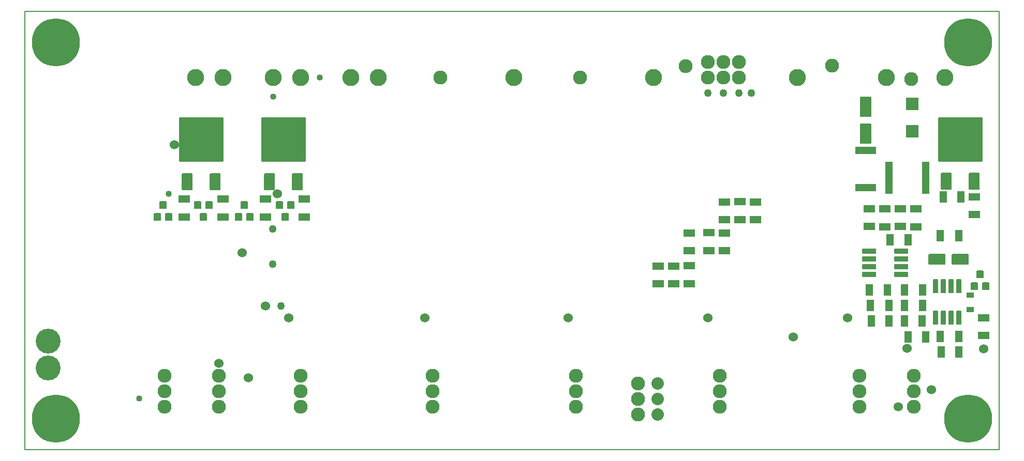
<source format=gbr>
G04 PROTEUS GERBER X2 FILE*
%TF.GenerationSoftware,Labcenter,Proteus,8.7-SP3-Build25561*%
%TF.CreationDate,2021-05-23T19:19:56+00:00*%
%TF.FileFunction,Soldermask,Bot*%
%TF.FilePolarity,Negative*%
%TF.Part,Single*%
%TF.SameCoordinates,{bb4e542a-de17-4d2d-b6f0-32913e85bf41}*%
%FSLAX45Y45*%
%MOMM*%
G01*
%TA.AperFunction,Material*%
%ADD46C,1.524000*%
%ADD47C,2.032000*%
%ADD48C,1.270000*%
%ADD49C,1.016000*%
%ADD50C,2.286000*%
%TA.AperFunction,Material*%
%ADD52C,4.064000*%
%ADD53C,2.794000*%
%AMPPAD066*
4,1,36,
-0.444500,-0.635000,
0.444500,-0.635000,
0.470470,-0.632470,
0.494480,-0.625200,
0.516080,-0.613650,
0.534790,-0.598290,
0.550150,-0.579570,
0.561700,-0.557980,
0.568970,-0.533970,
0.571500,-0.508000,
0.571500,0.508000,
0.568970,0.533970,
0.561700,0.557980,
0.550150,0.579570,
0.534790,0.598290,
0.516080,0.613650,
0.494480,0.625200,
0.470470,0.632470,
0.444500,0.635000,
-0.444500,0.635000,
-0.470470,0.632470,
-0.494480,0.625200,
-0.516080,0.613650,
-0.534790,0.598290,
-0.550150,0.579570,
-0.561700,0.557980,
-0.568970,0.533970,
-0.571500,0.508000,
-0.571500,-0.508000,
-0.568970,-0.533970,
-0.561700,-0.557980,
-0.550150,-0.579570,
-0.534790,-0.598290,
-0.516080,-0.613650,
-0.494480,-0.625200,
-0.470470,-0.632470,
-0.444500,-0.635000,
0*%
%TA.AperFunction,Material*%
%ADD76PPAD066*%
%AMPPAD067*
4,1,36,
3.492500,3.619500,
-3.492500,3.619500,
-3.518470,3.616970,
-3.542480,3.609700,
-3.564080,3.598150,
-3.582790,3.582790,
-3.598150,3.564070,
-3.609700,3.542480,
-3.616970,3.518470,
-3.619500,3.492500,
-3.619500,-3.492500,
-3.616970,-3.518470,
-3.609700,-3.542480,
-3.598150,-3.564070,
-3.582790,-3.582790,
-3.564080,-3.598150,
-3.542480,-3.609700,
-3.518470,-3.616970,
-3.492500,-3.619500,
3.492500,-3.619500,
3.518470,-3.616970,
3.542480,-3.609700,
3.564080,-3.598150,
3.582790,-3.582790,
3.598150,-3.564070,
3.609700,-3.542480,
3.616970,-3.518470,
3.619500,-3.492500,
3.619500,3.492500,
3.616970,3.518470,
3.609700,3.542480,
3.598150,3.564070,
3.582790,3.582790,
3.564080,3.598150,
3.542480,3.609700,
3.518470,3.616970,
3.492500,3.619500,
0*%
%ADD77PPAD067*%
%AMPPAD068*
4,1,36,
0.762000,1.397000,
-0.762000,1.397000,
-0.787970,1.394470,
-0.811980,1.387200,
-0.833580,1.375650,
-0.852290,1.360290,
-0.867650,1.341570,
-0.879200,1.319980,
-0.886470,1.295970,
-0.889000,1.270000,
-0.889000,-1.270000,
-0.886470,-1.295970,
-0.879200,-1.319980,
-0.867650,-1.341570,
-0.852290,-1.360290,
-0.833580,-1.375650,
-0.811980,-1.387200,
-0.787970,-1.394470,
-0.762000,-1.397000,
0.762000,-1.397000,
0.787970,-1.394470,
0.811980,-1.387200,
0.833580,-1.375650,
0.852290,-1.360290,
0.867650,-1.341570,
0.879200,-1.319980,
0.886470,-1.295970,
0.889000,-1.270000,
0.889000,1.270000,
0.886470,1.295970,
0.879200,1.319980,
0.867650,1.341570,
0.852290,1.360290,
0.833580,1.375650,
0.811980,1.387200,
0.787970,1.394470,
0.762000,1.397000,
0*%
%ADD78PPAD068*%
%AMPPAD069*
4,1,4,
-1.054100,-1.054100,
1.054100,-1.054100,
1.054100,1.054100,
-1.054100,1.054100,
-1.054100,-1.054100,
0*%
%TA.AperFunction,Material*%
%ADD79PPAD069*%
%AMPPAD070*
4,1,36,
-0.571500,0.317500,
-0.571500,-0.317500,
-0.568970,-0.343470,
-0.561700,-0.367480,
-0.550150,-0.389080,
-0.534790,-0.407790,
-0.516070,-0.423150,
-0.494480,-0.434700,
-0.470470,-0.441970,
-0.444500,-0.444500,
0.444500,-0.444500,
0.470470,-0.441970,
0.494480,-0.434700,
0.516070,-0.423150,
0.534790,-0.407790,
0.550150,-0.389080,
0.561700,-0.367480,
0.568970,-0.343470,
0.571500,-0.317500,
0.571500,0.317500,
0.568970,0.343470,
0.561700,0.367480,
0.550150,0.389080,
0.534790,0.407790,
0.516070,0.423150,
0.494480,0.434700,
0.470470,0.441970,
0.444500,0.444500,
-0.444500,0.444500,
-0.470470,0.441970,
-0.494480,0.434700,
-0.516070,0.423150,
-0.534790,0.407790,
-0.550150,0.389080,
-0.561700,0.367480,
-0.568970,0.343470,
-0.571500,0.317500,
0*%
%ADD80PPAD070*%
%AMPPAD071*
4,1,4,
-0.596900,-2.654300,
0.596900,-2.654300,
0.596900,2.654300,
-0.596900,2.654300,
-0.596900,-2.654300,
0*%
%ADD81PPAD071*%
%AMPPAD072*
4,1,36,
-0.825500,-1.651000,
0.825500,-1.651000,
0.851470,-1.648470,
0.875480,-1.641200,
0.897080,-1.629650,
0.915790,-1.614290,
0.931150,-1.595570,
0.942700,-1.573980,
0.949970,-1.549970,
0.952500,-1.524000,
0.952500,1.524000,
0.949970,1.549970,
0.942700,1.573980,
0.931150,1.595570,
0.915790,1.614290,
0.897080,1.629650,
0.875480,1.641200,
0.851470,1.648470,
0.825500,1.651000,
-0.825500,1.651000,
-0.851470,1.648470,
-0.875480,1.641200,
-0.897080,1.629650,
-0.915790,1.614290,
-0.931150,1.595570,
-0.942700,1.573980,
-0.949970,1.549970,
-0.952500,1.524000,
-0.952500,-1.524000,
-0.949970,-1.549970,
-0.942700,-1.573980,
-0.931150,-1.595570,
-0.915790,-1.614290,
-0.897080,-1.629650,
-0.875480,-1.641200,
-0.851470,-1.648470,
-0.825500,-1.651000,
0*%
%ADD82PPAD072*%
%AMPPAD073*
4,1,36,
1.143000,-0.317500,
1.143000,0.317500,
1.140470,0.343470,
1.133200,0.367480,
1.121650,0.389080,
1.106290,0.407790,
1.087570,0.423150,
1.065980,0.434700,
1.041970,0.441970,
1.016000,0.444500,
-1.016000,0.444500,
-1.041970,0.441970,
-1.065980,0.434700,
-1.087570,0.423150,
-1.106290,0.407790,
-1.121650,0.389080,
-1.133200,0.367480,
-1.140470,0.343470,
-1.143000,0.317500,
-1.143000,-0.317500,
-1.140470,-0.343470,
-1.133200,-0.367480,
-1.121650,-0.389080,
-1.106290,-0.407790,
-1.087570,-0.423150,
-1.065980,-0.434700,
-1.041970,-0.441970,
-1.016000,-0.444500,
1.016000,-0.444500,
1.041970,-0.441970,
1.065980,-0.434700,
1.087570,-0.423150,
1.106290,-0.407790,
1.121650,-0.389080,
1.133200,-0.367480,
1.140470,-0.343470,
1.143000,-0.317500,
0*%
%TA.AperFunction,Material*%
%ADD83PPAD073*%
%AMPPAD074*
4,1,36,
-0.317500,-1.143000,
0.317500,-1.143000,
0.343470,-1.140470,
0.367480,-1.133200,
0.389080,-1.121650,
0.407790,-1.106290,
0.423150,-1.087570,
0.434700,-1.065980,
0.441970,-1.041970,
0.444500,-1.016000,
0.444500,1.016000,
0.441970,1.041970,
0.434700,1.065980,
0.423150,1.087570,
0.407790,1.106290,
0.389080,1.121650,
0.367480,1.133200,
0.343470,1.140470,
0.317500,1.143000,
-0.317500,1.143000,
-0.343470,1.140470,
-0.367480,1.133200,
-0.389080,1.121650,
-0.407790,1.106290,
-0.423150,1.087570,
-0.434700,1.065980,
-0.441970,1.041970,
-0.444500,1.016000,
-0.444500,-1.016000,
-0.441970,-1.041970,
-0.434700,-1.065980,
-0.423150,-1.087570,
-0.407790,-1.106290,
-0.389080,-1.121650,
-0.367480,-1.133200,
-0.343470,-1.140470,
-0.317500,-1.143000,
0*%
%ADD84PPAD074*%
%AMPPAD075*
4,1,4,
-1.701800,0.622300,
-1.701800,-0.622300,
1.701800,-0.622300,
1.701800,0.622300,
-1.701800,0.622300,
0*%
%TA.AperFunction,Material*%
%ADD85PPAD075*%
%AMPPAD056*
4,1,36,
-1.397000,-0.762000,
-1.397000,0.762000,
-1.394470,0.787970,
-1.387200,0.811980,
-1.375650,0.833580,
-1.360290,0.852290,
-1.341570,0.867650,
-1.319980,0.879200,
-1.295970,0.886470,
-1.270000,0.889000,
1.270000,0.889000,
1.295970,0.886470,
1.319980,0.879200,
1.341570,0.867650,
1.360290,0.852290,
1.375650,0.833580,
1.387200,0.811980,
1.394470,0.787970,
1.397000,0.762000,
1.397000,-0.762000,
1.394470,-0.787970,
1.387200,-0.811980,
1.375650,-0.833580,
1.360290,-0.852290,
1.341570,-0.867650,
1.319980,-0.879200,
1.295970,-0.886470,
1.270000,-0.889000,
-1.270000,-0.889000,
-1.295970,-0.886470,
-1.319980,-0.879200,
-1.341570,-0.867650,
-1.360290,-0.852290,
-1.375650,-0.833580,
-1.387200,-0.811980,
-1.394470,-0.787970,
-1.397000,-0.762000,
0*%
%ADD62PPAD056*%
%AMPPAD076*
4,1,4,
0.571500,0.901700,
-0.571500,0.901700,
-0.571500,-0.901700,
0.571500,-0.901700,
0.571500,0.901700,
0*%
%ADD86PPAD076*%
%AMPPAD077*
4,1,4,
0.901700,-0.571500,
0.901700,0.571500,
-0.901700,0.571500,
-0.901700,-0.571500,
0.901700,-0.571500,
0*%
%ADD87PPAD077*%
%TA.AperFunction,Material*%
%ADD66C,7.874000*%
%TA.AperFunction,Profile*%
%ADD40C,0.203200*%
%TD.AperFunction*%
D46*
X+6858000Y-3556000D03*
D47*
X+2921000Y-3175000D03*
X+2921000Y-3429000D03*
X+2921000Y-3683000D03*
D48*
X+4457601Y+1587500D03*
X+4254500Y+1587500D03*
X+4000500Y+1587500D03*
X+3746500Y+1587500D03*
D46*
X+7400945Y-3273445D03*
D48*
X-3379970Y-639428D03*
X-3374955Y-1215192D03*
X-3238500Y-1905000D03*
D49*
X-5560983Y-3423705D03*
D50*
X-635000Y+1841500D03*
X+1651000Y+1841500D03*
X+3383781Y+2028052D03*
X+5778500Y+2032000D03*
X+7075312Y+1816100D03*
D46*
X-4989352Y+736133D03*
X-3302000Y-63500D03*
X-4254500Y-2844450D03*
X-3777899Y-3079399D03*
X+7003489Y-2602297D03*
X+8255000Y-2603500D03*
X+6032500Y-2095500D03*
X+5143500Y-2413000D03*
X+3746500Y-2095500D03*
X+1460500Y-2095500D03*
X-889000Y-2095500D03*
X-3111500Y-2095500D03*
X-3492500Y-1905000D03*
X-3873500Y-1031366D03*
D49*
X-5080000Y-63500D03*
X-2603500Y+1841500D03*
X-3365500Y+1524000D03*
D52*
X-7048500Y-2476500D03*
X-7048500Y-2921000D03*
D53*
X-2095500Y+1841500D03*
X-1651000Y+1841500D03*
D50*
X-2921000Y-3556000D03*
X-2921000Y-3048000D03*
X-2921000Y-3302000D03*
D53*
X+571500Y+1841500D03*
D50*
X-762000Y-3556000D03*
X-762000Y-3302000D03*
X-762000Y-3048000D03*
X+1587500Y-3302000D03*
X+1587500Y-3556000D03*
X+1587500Y-3048000D03*
D53*
X+2857500Y+1841500D03*
D50*
X+3937000Y-3556000D03*
X+6223000Y-3556000D03*
X+3937000Y-3048000D03*
X+6223000Y-3048000D03*
X+3937000Y-3302000D03*
X+6223000Y-3302000D03*
D53*
X+5207000Y+1841500D03*
X+7620000Y+1841500D03*
D76*
X+8196580Y-1389380D03*
X+8290560Y-1579880D03*
X+8102600Y-1579880D03*
D77*
X+7874000Y+825500D03*
D78*
X+8102600Y+134620D03*
X+7645400Y+134620D03*
D79*
X+7086600Y+1404620D03*
X+7086600Y+954620D03*
D80*
X+8039100Y-1960880D03*
X+8039100Y-1725930D03*
D81*
X+6705600Y+198120D03*
X+7305600Y+198120D03*
D50*
X+7112000Y-3302000D03*
X+7112000Y-3556000D03*
X+7112000Y-3048000D03*
D53*
X+6667500Y+1841500D03*
D50*
X-4254500Y-3556000D03*
D82*
X+6324600Y+914620D03*
X+6324600Y+1359120D03*
D83*
X+6908800Y-1008380D03*
X+6908800Y-1135380D03*
X+6908800Y-1262380D03*
X+6908800Y-1389380D03*
X+6388100Y-1389380D03*
X+6388100Y-1262380D03*
X+6388100Y-1135380D03*
X+6388100Y-1008380D03*
D84*
X+7848600Y-2100580D03*
X+7721600Y-2100580D03*
X+7594600Y-2100580D03*
X+7467600Y-2100580D03*
X+7467600Y-1579880D03*
X+7594600Y-1579880D03*
X+7721600Y-1579880D03*
X+7848600Y-1579880D03*
D85*
X+6324600Y+642620D03*
X+6324600Y+32620D03*
D62*
X+7874000Y-1143000D03*
X+7493000Y-1143000D03*
D86*
X+7848600Y-754380D03*
X+7548600Y-754380D03*
X+6705600Y-2151380D03*
X+6415600Y-2151380D03*
X+6678100Y-1643380D03*
X+6388100Y-1643380D03*
D87*
X+6388100Y-599880D03*
X+6388100Y-309880D03*
X+6896100Y-599880D03*
X+6896100Y-309880D03*
D86*
X+7249600Y-2151380D03*
X+6959600Y-2151380D03*
D87*
X+8255000Y-2095500D03*
X+8255000Y-2385500D03*
D86*
X+7848600Y-2405380D03*
X+7548600Y-2405380D03*
D87*
X+7150100Y-309880D03*
X+7150100Y-609880D03*
X+8102600Y-119380D03*
X+8102600Y-409380D03*
D86*
X+7594600Y-119380D03*
X+7884600Y-119380D03*
X+7848600Y-2659380D03*
X+7558600Y-2659380D03*
D87*
X+6642100Y-309880D03*
X+6642100Y-609880D03*
D86*
X+7023100Y-817880D03*
X+6723100Y-817880D03*
X+7259600Y-1643380D03*
X+6959600Y-1643380D03*
X+7259600Y-1897380D03*
X+6959600Y-1897380D03*
X+6705600Y-1897380D03*
X+6405600Y-1897380D03*
D66*
X-6921500Y-3746500D03*
X-6921500Y+2413000D03*
X+8001000Y+2413000D03*
X+8001000Y-3746500D03*
D53*
X-4191000Y+1841500D03*
X-4635500Y+1841500D03*
D77*
X-4546600Y+817880D03*
D78*
X-4318000Y+127000D03*
X-4775200Y+127000D03*
D77*
X-3200400Y+817880D03*
D78*
X-2971800Y+127000D03*
X-3429000Y+127000D03*
D76*
X-5173980Y-254000D03*
X-5080000Y-444500D03*
X-5267960Y-444500D03*
X-3840480Y-254000D03*
X-3746500Y-444500D03*
X-3934460Y-444500D03*
X-4508500Y-444500D03*
X-4602480Y-254000D03*
X-4414520Y-254000D03*
X-3175000Y-444500D03*
X-3268980Y-254000D03*
X-3081020Y-254000D03*
D87*
X-4826000Y-154500D03*
X-4826000Y-444500D03*
X-4191000Y-154500D03*
X-4191000Y-444500D03*
X-3492500Y-154500D03*
X-3492500Y-444500D03*
X-2857500Y-154500D03*
X-2857500Y-444500D03*
D53*
X-2921000Y+1841500D03*
X-3365500Y+1841500D03*
D50*
X-4254500Y-3048000D03*
X-4254500Y-3302000D03*
D87*
X+3439000Y-1242500D03*
X+3439000Y-1542500D03*
X+3756500Y-698500D03*
X+3756500Y-998500D03*
X+4264500Y-190500D03*
X+4264500Y-490500D03*
X+2931000Y-1542500D03*
X+2931000Y-1252500D03*
X+3439000Y-998500D03*
X+3439000Y-708500D03*
X+4010500Y-998500D03*
X+4010500Y-708500D03*
X+3185000Y-1542500D03*
X+3185000Y-1252500D03*
X+4010500Y-490500D03*
X+4010500Y-200500D03*
X+4518500Y-490500D03*
X+4518500Y-200500D03*
D50*
X+3746500Y+2095500D03*
X+2603500Y-3175000D03*
X+3746500Y+1841500D03*
X+4000500Y+2095500D03*
X+2603500Y-3429000D03*
X+4000500Y+1841500D03*
X+4254500Y+2095500D03*
X+2603500Y-3683000D03*
X+4254500Y+1841500D03*
X-5143500Y-3048000D03*
X-5143500Y-3302000D03*
D86*
X+7311000Y-2413000D03*
X+7021000Y-2413000D03*
D50*
X-5143500Y-3556000D03*
D40*
X-7429500Y-4254500D02*
X+8509000Y-4254500D01*
X+8509000Y+2921000D01*
X-7429500Y+2921000D01*
X-7429500Y-4254500D01*
M02*

</source>
